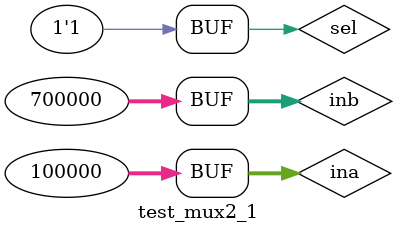
<source format=v>
`timescale 1ns / 1ps
`include "mux2_1.v"

module test_mux2_1;
    reg [31:0] ina, inb;
    reg sel;
    wire [31:0] out;

    initial
    begin
        $dumpfile("test_mux2_1.vcd");
        $dumpvars(0, test_mux2_1);
        ina = 10; inb = 20; sel = 0;
        #10 sel = 1;
        #10 ina = 134; inb = 675;
        #10 sel = 0;
        #10 ina = 12833; inb = 87098; sel = 1;
        #10 sel = 0;
        #10 ina = 0; inb = 76890; sel = 1;
        #10 ina = 1; inb = 1; sel = 0;
        #10 ina = 100000; inb = 700000; sel = 1;
    end

    mux2_1 my_mux(ina, inb, sel, out);
endmodule
</source>
